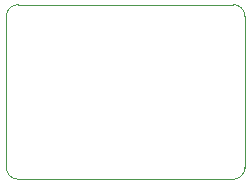
<source format=gm1>
G04 #@! TF.GenerationSoftware,KiCad,Pcbnew,5.1.6-c6e7f7d~87~ubuntu18.04.1*
G04 #@! TF.CreationDate,2020-09-14T18:26:16+02:00*
G04 #@! TF.ProjectId,cooldrv,636f6f6c-6472-4762-9e6b-696361645f70,rev?*
G04 #@! TF.SameCoordinates,Original*
G04 #@! TF.FileFunction,Profile,NP*
%FSLAX46Y46*%
G04 Gerber Fmt 4.6, Leading zero omitted, Abs format (unit mm)*
G04 Created by KiCad (PCBNEW 5.1.6-c6e7f7d~87~ubuntu18.04.1) date 2020-09-14 18:26:16*
%MOMM*%
%LPD*%
G01*
G04 APERTURE LIST*
G04 #@! TA.AperFunction,Profile*
%ADD10C,0.050000*%
G04 #@! TD*
G04 APERTURE END LIST*
D10*
X158603600Y-111403600D02*
G75*
G02*
X157603600Y-112403600I-1000000J0D01*
G01*
X158603600Y-111403600D02*
X158603600Y-98603600D01*
X157603600Y-97603600D02*
G75*
G02*
X158603600Y-98603600I0J-1000000D01*
G01*
X157603600Y-97603600D02*
X139398600Y-97603600D01*
X138398600Y-98603600D02*
G75*
G02*
X139398600Y-97603600I1000000J0D01*
G01*
X138398600Y-98603600D02*
X138398600Y-111403600D01*
X139398600Y-112403600D02*
G75*
G02*
X138398600Y-111403600I0J1000000D01*
G01*
X139398600Y-112403600D02*
X157603600Y-112403600D01*
M02*

</source>
